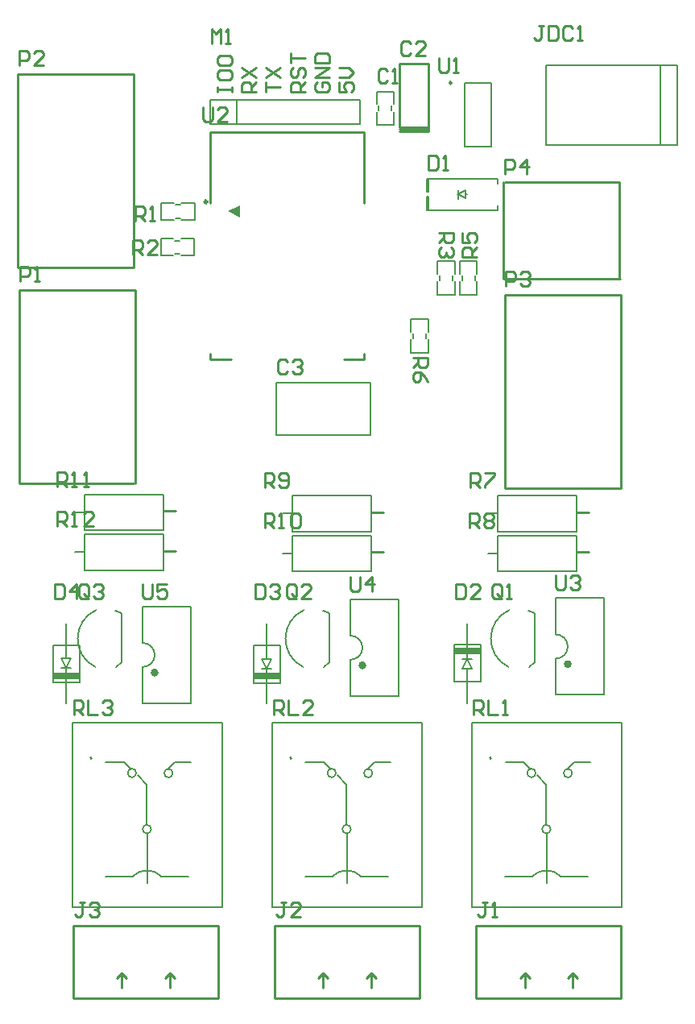
<source format=gto>
G04*
G04 #@! TF.GenerationSoftware,Altium Limited,Altium Designer,24.3.1 (35)*
G04*
G04 Layer_Color=65535*
%FSAX25Y25*%
%MOIN*%
G70*
G04*
G04 #@! TF.SameCoordinates,734BC349-05AC-4729-8693-C9A60C11ED16*
G04*
G04*
G04 #@! TF.FilePolarity,Positive*
G04*
G01*
G75*
%ADD10C,0.00700*%
%ADD11C,0.00984*%
%ADD12C,0.01500*%
%ADD13C,0.01181*%
%ADD14C,0.00787*%
%ADD15C,0.01000*%
%ADD16C,0.00600*%
%ADD17R,0.11000X0.02500*%
G36*
X0095953Y0334496D02*
X0100953Y0331996D01*
Y0336996D01*
X0095953Y0334496D01*
D02*
G37*
D10*
X0057998Y0102179D02*
G03*
X0057998Y0102179I-0001781J0000000D01*
G01*
X0073098Y0102079D02*
G03*
X0073098Y0102079I-0001781J0000000D01*
G01*
X0064168Y0078942D02*
G03*
X0064168Y0078942I-0001781J0000000D01*
G01*
X0068288Y0059422D02*
G03*
X0056688Y0059522I-0005850J-0005750D01*
G01*
X0212503Y0169644D02*
G03*
X0212179Y0145998I0005240J-0011897D01*
G01*
X0146462Y0149005D02*
G03*
X0146500Y0159000I0000169J0004997D01*
G01*
X0127503Y0169644D02*
G03*
X0127179Y0145998I0005240J-0011897D01*
G01*
X0223348Y0102179D02*
G03*
X0223348Y0102179I-0001781J0000000D01*
G01*
X0238448Y0102079D02*
G03*
X0238448Y0102079I-0001781J0000000D01*
G01*
X0229518Y0078942D02*
G03*
X0229518Y0078942I-0001781J0000000D01*
G01*
X0233638Y0059422D02*
G03*
X0222038Y0059522I-0005850J-0005750D01*
G01*
X0140673Y0102179D02*
G03*
X0140673Y0102179I-0001781J0000000D01*
G01*
X0155773Y0102079D02*
G03*
X0155773Y0102079I-0001781J0000000D01*
G01*
X0146843Y0078942D02*
G03*
X0146843Y0078942I-0001781J0000000D01*
G01*
X0150963Y0059422D02*
G03*
X0139363Y0059522I-0005850J-0005750D01*
G01*
X0231462Y0149505D02*
G03*
X0231500Y0159500I0000169J0004997D01*
G01*
X0060462Y0146005D02*
G03*
X0060500Y0156000I0000169J0004997D01*
G01*
X0041503Y0169644D02*
G03*
X0041179Y0145998I0005240J-0011897D01*
G01*
X0058498Y0101260D02*
X0062398Y0097360D01*
X0071318Y0103859D02*
X0074018Y0106560D01*
X0080618D01*
X0053018D02*
X0055618Y0103960D01*
X0045418Y0106560D02*
X0053018D01*
X0062488Y0056497D02*
Y0076922D01*
X0062388Y0080922D02*
Y0097360D01*
X0068388Y0059322D02*
X0079688D01*
X0045188Y0059422D02*
X0056588D01*
X0031500Y0046660D02*
Y0123000D01*
X0093560Y0046660D02*
Y0123000D01*
X0031500Y0046660D02*
X0093560D01*
X0031500Y0123000D02*
X0093560D01*
X0223000Y0147850D02*
Y0168150D01*
X0220400Y0169450D02*
X0223000Y0168150D01*
X0220524Y0146116D02*
X0223000Y0147850D01*
X0177939Y0282117D02*
Y0283916D01*
X0172539Y0282117D02*
Y0283916D01*
X0188939Y0306117D02*
Y0307916D01*
X0183539Y0306117D02*
Y0307916D01*
X0198200Y0306117D02*
Y0307916D01*
X0192800Y0306117D02*
Y0307916D01*
X0074084Y0322439D02*
X0075884D01*
X0074084Y0317039D02*
X0075884D01*
X0074341Y0337200D02*
X0076141D01*
X0074341Y0331800D02*
X0076141D01*
X0163700Y0376359D02*
Y0378159D01*
X0158300Y0376359D02*
Y0378159D01*
X0155255Y0202000D02*
Y0216881D01*
X0122456Y0202000D02*
X0155255D01*
X0122456D02*
Y0216881D01*
X0155255D01*
X0118656Y0209600D02*
X0122456D01*
X0155255Y0185500D02*
Y0200381D01*
X0122456Y0185500D02*
X0155255D01*
X0122456D02*
Y0200381D01*
X0155255D01*
X0118656Y0193100D02*
X0122456D01*
X0146500Y0174000D02*
X0166500D01*
Y0134000D02*
Y0174000D01*
X0146500Y0134000D02*
X0166500D01*
X0146500Y0159100D02*
Y0174000D01*
Y0134000D02*
Y0149000D01*
X0138000Y0147850D02*
Y0168150D01*
X0135400Y0169450D02*
X0138000Y0168150D01*
X0135524Y0146116D02*
X0138000Y0147850D01*
X0223848Y0101260D02*
X0227748Y0097360D01*
X0236668Y0103859D02*
X0239368Y0106560D01*
X0245968D01*
X0218368D02*
X0220968Y0103960D01*
X0210768Y0106560D02*
X0218368D01*
X0227838Y0056497D02*
Y0076922D01*
X0227738Y0080922D02*
Y0097360D01*
X0233738Y0059322D02*
X0245038D01*
X0210538Y0059422D02*
X0221938D01*
X0196850Y0046660D02*
Y0123000D01*
X0258910Y0046660D02*
Y0123000D01*
X0196850Y0046660D02*
X0258910D01*
X0196850Y0123000D02*
X0258910D01*
X0141173Y0101260D02*
X0145073Y0097360D01*
X0153993Y0103859D02*
X0156693Y0106560D01*
X0163293D01*
X0135693D02*
X0138293Y0103960D01*
X0128093Y0106560D02*
X0135693D01*
X0145163Y0056497D02*
Y0076922D01*
X0145063Y0080922D02*
Y0097360D01*
X0151063Y0059322D02*
X0162363D01*
X0127863Y0059422D02*
X0139263D01*
X0114175Y0046660D02*
Y0123000D01*
X0176235Y0046660D02*
Y0123000D01*
X0114175Y0046660D02*
X0176235D01*
X0114175Y0123000D02*
X0176235D01*
X0240255Y0185500D02*
Y0200381D01*
X0207455Y0185500D02*
X0240255D01*
X0207455D02*
Y0200381D01*
X0240255D01*
X0203656Y0193100D02*
X0207455D01*
X0240255Y0202000D02*
Y0216881D01*
X0207455Y0202000D02*
X0240255D01*
X0207455D02*
Y0216881D01*
X0240255D01*
X0203656Y0209600D02*
X0207455D01*
X0231500Y0174500D02*
X0251500D01*
Y0134500D02*
Y0174500D01*
X0231500Y0134500D02*
X0251500D01*
X0231500Y0159600D02*
Y0174500D01*
Y0134500D02*
Y0149500D01*
X0060500Y0171000D02*
X0080500D01*
Y0131000D02*
Y0171000D01*
X0060500Y0131000D02*
X0080500D01*
X0060500Y0156100D02*
Y0171000D01*
Y0131000D02*
Y0146000D01*
X0069256Y0202500D02*
Y0217381D01*
X0036456Y0202500D02*
X0069256D01*
X0036456D02*
Y0217381D01*
X0069256D01*
X0032656Y0210100D02*
X0036456D01*
X0069256Y0186000D02*
Y0200881D01*
X0036456Y0186000D02*
X0069256D01*
X0036456D02*
Y0200881D01*
X0069256D01*
X0032656Y0193600D02*
X0036456D01*
X0052000Y0147850D02*
Y0168150D01*
X0049400Y0169450D02*
X0052000Y0168150D01*
X0049524Y0146116D02*
X0052000Y0147850D01*
X0275000Y0362000D02*
Y0395000D01*
X0227500D02*
X0282000D01*
X0227500Y0362000D02*
X0282000D01*
X0227500D02*
Y0395000D01*
X0282000Y0362000D02*
Y0395000D01*
D11*
X0188575Y0387689D02*
G03*
X0188575Y0387689I-0000492J0000000D01*
G01*
D12*
X0152400Y0146700D02*
G03*
X0152400Y0146700I-0000800J0000000D01*
G01*
X0237400Y0147200D02*
G03*
X0237400Y0147200I-0000800J0000000D01*
G01*
X0066400Y0143700D02*
G03*
X0066400Y0143700I-0000800J0000000D01*
G01*
D13*
X0087410Y0338531D02*
G03*
X0087410Y0338531I-0000591J0000000D01*
G01*
D14*
X0116000Y0242000D02*
Y0263800D01*
X0155000D01*
X0116000Y0242000D02*
X0155000D01*
Y0263800D01*
X0194181Y0341500D02*
X0194968D01*
X0191032D02*
X0191425D01*
X0194181Y0339925D02*
Y0343468D01*
X0191425Y0341500D02*
X0194181Y0343468D01*
X0191425Y0341500D02*
X0194181Y0339925D01*
X0191425Y0339531D02*
Y0343468D01*
X0178236Y0342500D02*
Y0348000D01*
X0207500D01*
X0178236Y0342500D02*
X0179000D01*
Y0348000D01*
Y0335000D02*
Y0340500D01*
X0178236D02*
X0179000D01*
X0207500Y0346126D02*
Y0348000D01*
X0178236Y0335000D02*
Y0340500D01*
X0207500Y0335000D02*
Y0336874D01*
X0178236Y0335000D02*
X0207500D01*
X0150485Y0370500D02*
Y0380500D01*
X0088516Y0370500D02*
Y0380500D01*
X0150485D01*
X0088516Y0370500D02*
X0150485D01*
X0099500D02*
Y0380500D01*
X0178800Y0284607D02*
Y0289890D01*
X0171700D02*
X0178800D01*
X0171700Y0284607D02*
Y0289890D01*
Y0276110D02*
Y0281556D01*
X0178800Y0276110D02*
Y0281556D01*
X0171700Y0276110D02*
X0178800D01*
X0189800Y0308607D02*
Y0313890D01*
X0182700D02*
X0189800D01*
X0182700Y0308607D02*
Y0313890D01*
Y0300110D02*
Y0305556D01*
X0189800Y0300110D02*
Y0305556D01*
X0182700Y0300110D02*
X0189800D01*
X0199061Y0308607D02*
Y0313890D01*
X0191961D02*
X0199061D01*
X0191961Y0308607D02*
Y0313890D01*
Y0300110D02*
Y0305556D01*
X0199061Y0300110D02*
Y0305556D01*
X0191961Y0300110D02*
X0199061D01*
X0068110Y0323300D02*
X0073393D01*
X0068110Y0316200D02*
Y0323300D01*
Y0316200D02*
X0073393D01*
X0076444D02*
X0081890D01*
X0076444Y0323300D02*
X0081890D01*
Y0316200D02*
Y0323300D01*
X0068368Y0338061D02*
X0073650D01*
X0068368Y0330961D02*
Y0338061D01*
Y0330961D02*
X0073650D01*
X0076702D02*
X0082147D01*
X0076702Y0338061D02*
X0082147D01*
Y0330961D02*
Y0338061D01*
X0193988Y0361311D02*
X0205012D01*
X0193988Y0387689D02*
X0205012D01*
Y0361311D02*
Y0387689D01*
X0193988Y0361311D02*
Y0387689D01*
X0157487Y0384142D02*
X0164487D01*
X0157487Y0370342D02*
X0164487D01*
Y0378850D02*
Y0384142D01*
Y0370342D02*
Y0375798D01*
X0157487Y0370342D02*
Y0375798D01*
Y0378850D02*
Y0384142D01*
D15*
X0038820Y0108791D02*
X0039250Y0108361D01*
X0210500Y0220000D02*
X0258550D01*
Y0299950D01*
X0210500Y0220000D02*
Y0260000D01*
Y0300000D01*
X0211000D02*
X0258550D01*
Y0299950D02*
Y0300000D01*
X0258500Y0220000D02*
Y0300000D01*
Y0239950D02*
Y0300000D01*
X0210500Y0239950D02*
Y0300000D01*
X0211000D02*
X0258500D01*
X0009450Y0302000D02*
X0057500D01*
X0009450Y0222050D02*
Y0302000D01*
X0057500Y0262000D02*
Y0302000D01*
Y0222000D02*
Y0262000D01*
X0009450Y0222000D02*
X0057000D01*
X0009450D02*
Y0222050D01*
X0009500Y0222000D02*
Y0302000D01*
Y0222000D02*
Y0282050D01*
X0057500Y0222000D02*
Y0282050D01*
X0009500Y0222000D02*
X0057000D01*
X0210000Y0306500D02*
Y0346500D01*
X0210500D02*
X0258050D01*
X0210000Y0306500D02*
X0258200D01*
X0258000D02*
Y0346500D01*
X0178900Y0367600D02*
Y0369900D01*
X0167100Y0367600D02*
Y0369700D01*
X0167095Y0367600D02*
X0178905D01*
X0167095Y0368500D02*
X0178905D01*
X0167095Y0369400D02*
X0178905D01*
Y0395600D01*
X0167095D02*
X0178905D01*
X0167095Y0369400D02*
Y0395600D01*
X0155255Y0210000D02*
X0160256D01*
X0155255Y0193500D02*
X0160256D01*
X0204170Y0108791D02*
X0204600Y0108361D01*
X0121495Y0108791D02*
X0121925Y0108361D01*
X0153380Y0017450D02*
X0155380Y0019450D01*
X0157380Y0017450D01*
X0155380Y0013300D02*
Y0019450D01*
X0135430Y0013300D02*
Y0019450D01*
X0137430Y0017450D01*
X0133430D02*
X0135430Y0019450D01*
X0115380Y0008900D02*
X0175380D01*
X0115380D02*
Y0039000D01*
X0175380Y0008900D02*
Y0039000D01*
X0115380D02*
X0175380D01*
X0240255Y0193500D02*
X0245255D01*
X0240255Y0210000D02*
X0245255D01*
X0236760Y0017450D02*
X0238760Y0019450D01*
X0240760Y0017450D01*
X0238760Y0013300D02*
Y0019450D01*
X0218810Y0013300D02*
Y0019450D01*
X0220810Y0017450D01*
X0216810D02*
X0218810Y0019450D01*
X0198760Y0008900D02*
X0258760D01*
X0198760D02*
Y0039000D01*
X0258760Y0008900D02*
Y0039000D01*
X0198760D02*
X0258760D01*
X0070000Y0017450D02*
X0072000Y0019450D01*
X0074000Y0017450D01*
X0072000Y0013300D02*
Y0019450D01*
X0052050Y0013300D02*
Y0019450D01*
X0054050Y0017450D01*
X0050050D02*
X0052050Y0019450D01*
X0032000Y0008900D02*
X0092000D01*
X0032000D02*
Y0039000D01*
X0092000Y0008900D02*
Y0039000D01*
X0032000D02*
X0092000D01*
X0069256Y0210500D02*
X0074256D01*
X0069256Y0194000D02*
X0074256D01*
X0008950Y0391450D02*
X0057000D01*
X0008950Y0311500D02*
Y0391450D01*
X0057000Y0351450D02*
Y0391450D01*
Y0311450D02*
Y0351450D01*
X0008950Y0311450D02*
X0056500D01*
X0008950D02*
Y0311500D01*
X0009000Y0311450D02*
Y0391450D01*
Y0311450D02*
Y0371500D01*
X0057000Y0311450D02*
Y0371500D01*
X0009000Y0311450D02*
X0056500D01*
X0088656Y0338104D02*
Y0367453D01*
Y0273203D02*
Y0275770D01*
X0152306Y0338103D02*
Y0367453D01*
Y0273203D02*
Y0275771D01*
X0088656Y0367453D02*
X0152306D01*
X0088656Y0273203D02*
X0097127D01*
X0143833D02*
X0152306D01*
X0091502Y0384000D02*
Y0385999D01*
Y0385000D01*
X0097500D01*
Y0384000D01*
Y0385999D01*
X0091502Y0391997D02*
Y0389998D01*
X0092502Y0388998D01*
X0096500D01*
X0097500Y0389998D01*
Y0391997D01*
X0096500Y0392997D01*
X0092502D01*
X0091502Y0391997D01*
X0092502Y0394996D02*
X0091502Y0395996D01*
Y0397995D01*
X0092502Y0398995D01*
X0096500D01*
X0097500Y0397995D01*
Y0395996D01*
X0096500Y0394996D01*
X0092502D01*
X0107600Y0384000D02*
X0101602D01*
Y0386999D01*
X0102602Y0387999D01*
X0104601D01*
X0105601Y0386999D01*
Y0384000D01*
Y0385999D02*
X0107600Y0387999D01*
X0101602Y0389998D02*
X0107600Y0393997D01*
X0101602D02*
X0107600Y0389998D01*
X0111702Y0384000D02*
Y0387999D01*
Y0385999D01*
X0117700D01*
X0111702Y0389998D02*
X0117700Y0393997D01*
X0111702D02*
X0117700Y0389998D01*
X0127800Y0384000D02*
X0121802D01*
Y0386999D01*
X0122802Y0387999D01*
X0124801D01*
X0125801Y0386999D01*
Y0384000D01*
Y0385999D02*
X0127800Y0387999D01*
X0122802Y0393997D02*
X0121802Y0392997D01*
Y0390998D01*
X0122802Y0389998D01*
X0123801D01*
X0124801Y0390998D01*
Y0392997D01*
X0125801Y0393997D01*
X0126800D01*
X0127800Y0392997D01*
Y0390998D01*
X0126800Y0389998D01*
X0121802Y0395996D02*
Y0399995D01*
Y0397995D01*
X0127800D01*
X0132902Y0387999D02*
X0131902Y0386999D01*
Y0385000D01*
X0132902Y0384000D01*
X0136900D01*
X0137900Y0385000D01*
Y0386999D01*
X0136900Y0387999D01*
X0134901D01*
Y0385999D01*
X0137900Y0389998D02*
X0131902D01*
X0137900Y0393997D01*
X0131902D01*
Y0395996D02*
X0137900D01*
Y0398995D01*
X0136900Y0399995D01*
X0132902D01*
X0131902Y0398995D01*
Y0395996D01*
X0142002Y0387999D02*
Y0384000D01*
X0145001D01*
X0144001Y0385999D01*
Y0386999D01*
X0145001Y0387999D01*
X0147000D01*
X0148000Y0386999D01*
Y0385000D01*
X0147000Y0384000D01*
X0142002Y0389998D02*
X0146001D01*
X0148000Y0391997D01*
X0146001Y0393997D01*
X0142002D01*
X0210500Y0350000D02*
Y0355998D01*
X0213499D01*
X0214499Y0354998D01*
Y0352999D01*
X0213499Y0351999D01*
X0210500D01*
X0219497Y0350000D02*
Y0355998D01*
X0216498Y0352999D01*
X0220497D01*
X0009500Y0394900D02*
Y0400898D01*
X0012499D01*
X0013499Y0399898D01*
Y0397899D01*
X0012499Y0396899D01*
X0009500D01*
X0019497Y0394900D02*
X0015498D01*
X0019497Y0398899D01*
Y0399898D01*
X0018497Y0400898D01*
X0016498D01*
X0015498Y0399898D01*
X0009900Y0305500D02*
Y0311498D01*
X0012899D01*
X0013899Y0310498D01*
Y0308499D01*
X0012899Y0307499D01*
X0009900D01*
X0015898Y0305500D02*
X0017897D01*
X0016898D01*
Y0311498D01*
X0015898Y0310498D01*
X0211000Y0303500D02*
Y0309498D01*
X0213999D01*
X0214999Y0308498D01*
Y0306499D01*
X0213999Y0305499D01*
X0211000D01*
X0216998Y0308498D02*
X0217998Y0309498D01*
X0219997D01*
X0220997Y0308498D01*
Y0307499D01*
X0219997Y0306499D01*
X0218997D01*
X0219997D01*
X0220997Y0305499D01*
Y0304500D01*
X0219997Y0303500D01*
X0217998D01*
X0216998Y0304500D01*
X0060600Y0180298D02*
Y0175300D01*
X0061600Y0174300D01*
X0063599D01*
X0064599Y0175300D01*
Y0180298D01*
X0070597D02*
X0066598D01*
Y0177299D01*
X0068597Y0178299D01*
X0069597D01*
X0070597Y0177299D01*
Y0175300D01*
X0069597Y0174300D01*
X0067598D01*
X0066598Y0175300D01*
X0146600Y0183298D02*
Y0178300D01*
X0147600Y0177300D01*
X0149599D01*
X0150599Y0178300D01*
Y0183298D01*
X0155597Y0177300D02*
Y0183298D01*
X0152598Y0180299D01*
X0156597D01*
X0231600Y0183898D02*
Y0178900D01*
X0232600Y0177900D01*
X0234599D01*
X0235599Y0178900D01*
Y0183898D01*
X0237598Y0182898D02*
X0238598Y0183898D01*
X0240597D01*
X0241597Y0182898D01*
Y0181899D01*
X0240597Y0180899D01*
X0239597D01*
X0240597D01*
X0241597Y0179899D01*
Y0178900D01*
X0240597Y0177900D01*
X0238598D01*
X0237598Y0178900D01*
X0085600Y0377698D02*
Y0372700D01*
X0086600Y0371700D01*
X0088599D01*
X0089599Y0372700D01*
Y0377698D01*
X0095597Y0371700D02*
X0091598D01*
X0095597Y0375699D01*
Y0376698D01*
X0094597Y0377698D01*
X0092598D01*
X0091598Y0376698D01*
X0183200Y0397898D02*
Y0392900D01*
X0184200Y0391900D01*
X0186199D01*
X0187199Y0392900D01*
Y0397898D01*
X0189198Y0391900D02*
X0191197D01*
X0190198D01*
Y0397898D01*
X0189198Y0396898D01*
X0032100Y0126300D02*
Y0132298D01*
X0035099D01*
X0036099Y0131298D01*
Y0129299D01*
X0035099Y0128299D01*
X0032100D01*
X0034099D02*
X0036099Y0126300D01*
X0038098Y0132298D02*
Y0126300D01*
X0042097D01*
X0044096Y0131298D02*
X0045096Y0132298D01*
X0047095D01*
X0048095Y0131298D01*
Y0130299D01*
X0047095Y0129299D01*
X0046095D01*
X0047095D01*
X0048095Y0128299D01*
Y0127300D01*
X0047095Y0126300D01*
X0045096D01*
X0044096Y0127300D01*
X0114800Y0126300D02*
Y0132298D01*
X0117799D01*
X0118799Y0131298D01*
Y0129299D01*
X0117799Y0128299D01*
X0114800D01*
X0116799D02*
X0118799Y0126300D01*
X0120798Y0132298D02*
Y0126300D01*
X0124797D01*
X0130795D02*
X0126796D01*
X0130795Y0130299D01*
Y0131298D01*
X0129795Y0132298D01*
X0127796D01*
X0126796Y0131298D01*
X0197500Y0126300D02*
Y0132298D01*
X0200499D01*
X0201499Y0131298D01*
Y0129299D01*
X0200499Y0128299D01*
X0197500D01*
X0199499D02*
X0201499Y0126300D01*
X0203498Y0132298D02*
Y0126300D01*
X0207497D01*
X0209496D02*
X0211495D01*
X0210496D01*
Y0132298D01*
X0209496Y0131298D01*
X0025155Y0204200D02*
Y0210198D01*
X0028155D01*
X0029154Y0209198D01*
Y0207199D01*
X0028155Y0206199D01*
X0025155D01*
X0027155D02*
X0029154Y0204200D01*
X0031154D02*
X0033153D01*
X0032153D01*
Y0210198D01*
X0031154Y0209198D01*
X0040151Y0204200D02*
X0036152D01*
X0040151Y0208199D01*
Y0209198D01*
X0039151Y0210198D01*
X0037152D01*
X0036152Y0209198D01*
X0025155Y0220700D02*
Y0226698D01*
X0028155D01*
X0029154Y0225698D01*
Y0223699D01*
X0028155Y0222699D01*
X0025155D01*
X0027155D02*
X0029154Y0220700D01*
X0031154D02*
X0033153D01*
X0032153D01*
Y0226698D01*
X0031154Y0225698D01*
X0036152Y0220700D02*
X0038151D01*
X0037152D01*
Y0226698D01*
X0036152Y0225698D01*
X0111100Y0203700D02*
Y0209698D01*
X0114099D01*
X0115099Y0208698D01*
Y0206699D01*
X0114099Y0205699D01*
X0111100D01*
X0113099D02*
X0115099Y0203700D01*
X0117098D02*
X0119097D01*
X0118098D01*
Y0209698D01*
X0117098Y0208698D01*
X0122096D02*
X0123096Y0209698D01*
X0125095D01*
X0126095Y0208698D01*
Y0204700D01*
X0125095Y0203700D01*
X0123096D01*
X0122096Y0204700D01*
Y0208698D01*
X0111100Y0220200D02*
Y0226198D01*
X0114099D01*
X0115099Y0225198D01*
Y0223199D01*
X0114099Y0222199D01*
X0111100D01*
X0113099D02*
X0115099Y0220200D01*
X0117098Y0221200D02*
X0118098Y0220200D01*
X0120097D01*
X0121097Y0221200D01*
Y0225198D01*
X0120097Y0226198D01*
X0118098D01*
X0117098Y0225198D01*
Y0224199D01*
X0118098Y0223199D01*
X0121097D01*
X0196055Y0203700D02*
Y0209698D01*
X0199055D01*
X0200054Y0208698D01*
Y0206699D01*
X0199055Y0205699D01*
X0196055D01*
X0198055D02*
X0200054Y0203700D01*
X0202054Y0208698D02*
X0203053Y0209698D01*
X0205053D01*
X0206052Y0208698D01*
Y0207699D01*
X0205053Y0206699D01*
X0206052Y0205699D01*
Y0204700D01*
X0205053Y0203700D01*
X0203053D01*
X0202054Y0204700D01*
Y0205699D01*
X0203053Y0206699D01*
X0202054Y0207699D01*
Y0208698D01*
X0203053Y0206699D02*
X0205053D01*
X0196156Y0220200D02*
Y0226198D01*
X0199154D01*
X0200154Y0225198D01*
Y0223199D01*
X0199154Y0222199D01*
X0196156D01*
X0198155D02*
X0200154Y0220200D01*
X0202154Y0226198D02*
X0206152D01*
Y0225198D01*
X0202154Y0221200D01*
Y0220200D01*
X0172501Y0273998D02*
X0178499D01*
Y0270999D01*
X0177499Y0270000D01*
X0175500D01*
X0174500Y0270999D01*
Y0273998D01*
Y0271999D02*
X0172501Y0270000D01*
X0178499Y0264002D02*
X0177499Y0266001D01*
X0175500Y0268000D01*
X0173501D01*
X0172501Y0267001D01*
Y0265001D01*
X0173501Y0264002D01*
X0174500D01*
X0175500Y0265001D01*
Y0268000D01*
X0198999Y0315744D02*
X0193001D01*
Y0318743D01*
X0194001Y0319743D01*
X0196000D01*
X0197000Y0318743D01*
Y0315744D01*
Y0317743D02*
X0198999Y0319743D01*
X0193001Y0325741D02*
Y0321742D01*
X0196000D01*
X0195000Y0323742D01*
Y0324741D01*
X0196000Y0325741D01*
X0197999D01*
X0198999Y0324741D01*
Y0322742D01*
X0197999Y0321742D01*
X0183240Y0325756D02*
X0189238D01*
Y0322757D01*
X0188239Y0321757D01*
X0186239D01*
X0185240Y0322757D01*
Y0325756D01*
Y0323757D02*
X0183240Y0321757D01*
X0188239Y0319758D02*
X0189238Y0318758D01*
Y0316759D01*
X0188239Y0315759D01*
X0187239D01*
X0186239Y0316759D01*
Y0317758D01*
Y0316759D01*
X0185240Y0315759D01*
X0184240D01*
X0183240Y0316759D01*
Y0318758D01*
X0184240Y0319758D01*
X0056502Y0316501D02*
Y0322499D01*
X0059501D01*
X0060500Y0321499D01*
Y0319500D01*
X0059501Y0318500D01*
X0056502D01*
X0058501D02*
X0060500Y0316501D01*
X0066498D02*
X0062500D01*
X0066498Y0320500D01*
Y0321499D01*
X0065499Y0322499D01*
X0063499D01*
X0062500Y0321499D01*
X0057501Y0330501D02*
Y0336499D01*
X0060500D01*
X0061500Y0335499D01*
Y0333500D01*
X0060500Y0332500D01*
X0057501D01*
X0059501D02*
X0061500Y0330501D01*
X0063499D02*
X0065499D01*
X0064499D01*
Y0336499D01*
X0063499Y0335499D01*
X0038399Y0175350D02*
Y0179348D01*
X0037399Y0180348D01*
X0035400D01*
X0034400Y0179348D01*
Y0175350D01*
X0035400Y0174350D01*
X0037399D01*
X0036399Y0176349D02*
X0038399Y0174350D01*
X0037399D02*
X0038399Y0175350D01*
X0040398Y0179348D02*
X0041398Y0180348D01*
X0043397D01*
X0044397Y0179348D01*
Y0178349D01*
X0043397Y0177349D01*
X0042397D01*
X0043397D01*
X0044397Y0176349D01*
Y0175350D01*
X0043397Y0174350D01*
X0041398D01*
X0040398Y0175350D01*
X0124399Y0175300D02*
Y0179298D01*
X0123399Y0180298D01*
X0121400D01*
X0120400Y0179298D01*
Y0175300D01*
X0121400Y0174300D01*
X0123399D01*
X0122399Y0176299D02*
X0124399Y0174300D01*
X0123399D02*
X0124399Y0175300D01*
X0130397Y0174300D02*
X0126398D01*
X0130397Y0178299D01*
Y0179298D01*
X0129397Y0180298D01*
X0127398D01*
X0126398Y0179298D01*
X0209399Y0175400D02*
Y0179398D01*
X0208399Y0180398D01*
X0206400D01*
X0205400Y0179398D01*
Y0175400D01*
X0206400Y0174400D01*
X0208399D01*
X0207399Y0176399D02*
X0209399Y0174400D01*
X0208399D02*
X0209399Y0175400D01*
X0211398Y0174400D02*
X0213397D01*
X0212398D01*
Y0180398D01*
X0211398Y0179398D01*
X0089100Y0404000D02*
Y0409998D01*
X0091099Y0407999D01*
X0093099Y0409998D01*
Y0404000D01*
X0095098D02*
X0097097D01*
X0096098D01*
Y0409998D01*
X0095098Y0408998D01*
X0226599Y0411398D02*
X0224599D01*
X0225599D01*
Y0406400D01*
X0224599Y0405400D01*
X0223600D01*
X0222600Y0406400D01*
X0228598Y0411398D02*
Y0405400D01*
X0231597D01*
X0232597Y0406400D01*
Y0410398D01*
X0231597Y0411398D01*
X0228598D01*
X0238595Y0410398D02*
X0237595Y0411398D01*
X0235596D01*
X0234596Y0410398D01*
Y0406400D01*
X0235596Y0405400D01*
X0237595D01*
X0238595Y0406400D01*
X0240594Y0405400D02*
X0242594D01*
X0241594D01*
Y0411398D01*
X0240594Y0410398D01*
X0036499Y0048498D02*
X0034499D01*
X0035499D01*
Y0043500D01*
X0034499Y0042500D01*
X0033500D01*
X0032500Y0043500D01*
X0038498Y0047498D02*
X0039498Y0048498D01*
X0041497D01*
X0042497Y0047498D01*
Y0046499D01*
X0041497Y0045499D01*
X0040497D01*
X0041497D01*
X0042497Y0044499D01*
Y0043500D01*
X0041497Y0042500D01*
X0039498D01*
X0038498Y0043500D01*
X0119899Y0048498D02*
X0117899D01*
X0118899D01*
Y0043500D01*
X0117899Y0042500D01*
X0116900D01*
X0115900Y0043500D01*
X0125897Y0042500D02*
X0121898D01*
X0125897Y0046499D01*
Y0047498D01*
X0124897Y0048498D01*
X0122898D01*
X0121898Y0047498D01*
X0203299Y0048498D02*
X0201299D01*
X0202299D01*
Y0043500D01*
X0201299Y0042500D01*
X0200300D01*
X0199300Y0043500D01*
X0205298Y0042500D02*
X0207297D01*
X0206298D01*
Y0048498D01*
X0205298Y0047498D01*
X0024200Y0180398D02*
Y0174400D01*
X0027199D01*
X0028199Y0175400D01*
Y0179398D01*
X0027199Y0180398D01*
X0024200D01*
X0033197Y0174400D02*
Y0180398D01*
X0030198Y0177399D01*
X0034197D01*
X0107200Y0180298D02*
Y0174300D01*
X0110199D01*
X0111199Y0175300D01*
Y0179298D01*
X0110199Y0180298D01*
X0107200D01*
X0113198Y0179298D02*
X0114198Y0180298D01*
X0116197D01*
X0117197Y0179298D01*
Y0178299D01*
X0116197Y0177299D01*
X0115197D01*
X0116197D01*
X0117197Y0176299D01*
Y0175300D01*
X0116197Y0174300D01*
X0114198D01*
X0113198Y0175300D01*
X0190200Y0180398D02*
Y0174400D01*
X0193199D01*
X0194199Y0175400D01*
Y0179398D01*
X0193199Y0180398D01*
X0190200D01*
X0200197Y0174400D02*
X0196198D01*
X0200197Y0178399D01*
Y0179398D01*
X0199197Y0180398D01*
X0197198D01*
X0196198Y0179398D01*
X0178800Y0357498D02*
Y0351500D01*
X0181799D01*
X0182799Y0352500D01*
Y0356498D01*
X0181799Y0357498D01*
X0178800D01*
X0184798Y0351500D02*
X0186797D01*
X0185798D01*
Y0357498D01*
X0184798Y0356498D01*
X0120499Y0272298D02*
X0119499Y0273298D01*
X0117500D01*
X0116500Y0272298D01*
Y0268300D01*
X0117500Y0267300D01*
X0119499D01*
X0120499Y0268300D01*
X0122498Y0272298D02*
X0123498Y0273298D01*
X0125497D01*
X0126497Y0272298D01*
Y0271299D01*
X0125497Y0270299D01*
X0124497D01*
X0125497D01*
X0126497Y0269299D01*
Y0268300D01*
X0125497Y0267300D01*
X0123498D01*
X0122498Y0268300D01*
X0171599Y0404098D02*
X0170599Y0405098D01*
X0168600D01*
X0167600Y0404098D01*
Y0400100D01*
X0168600Y0399100D01*
X0170599D01*
X0171599Y0400100D01*
X0177597Y0399100D02*
X0173598D01*
X0177597Y0403099D01*
Y0404098D01*
X0176597Y0405098D01*
X0174598D01*
X0173598Y0404098D01*
X0162099Y0392498D02*
X0161099Y0393498D01*
X0159100D01*
X0158100Y0392498D01*
Y0388500D01*
X0159100Y0387500D01*
X0161099D01*
X0162099Y0388500D01*
X0164098Y0387500D02*
X0166097D01*
X0165098D01*
Y0393498D01*
X0164098Y0392498D01*
D16*
X0106500Y0139450D02*
X0112000D01*
X0106500D02*
X0106500Y0154950D01*
X0112000D01*
X0117500Y0139450D02*
Y0154950D01*
X0112000D02*
X0117500D01*
X0112000Y0139450D02*
Y0145450D01*
X0112000Y0154950D02*
X0112000Y0149450D01*
X0110000Y0149450D02*
X0112000Y0145450D01*
X0110000Y0149450D02*
X0114000Y0149450D01*
X0112000Y0145450D02*
X0114000Y0149450D01*
X0110000Y0145450D02*
X0114000Y0145450D01*
X0112000Y0139450D02*
X0112000Y0133950D01*
X0112000Y0154950D02*
X0112000Y0161450D01*
X0112000Y0160950D02*
Y0163950D01*
Y0160950D02*
Y0163950D01*
X0112000Y0130950D02*
Y0133950D01*
Y0130950D02*
Y0133950D01*
X0116000Y0139450D02*
X0117500D01*
X0112000D02*
X0116000D01*
X0195000Y0155450D02*
X0200500D01*
X0200500Y0139950D02*
X0200500Y0155450D01*
X0195000Y0139950D02*
X0200500D01*
X0189500D02*
Y0155450D01*
Y0139950D02*
X0195000D01*
X0195000Y0149450D02*
Y0155450D01*
Y0145450D02*
X0195000Y0139950D01*
X0195000Y0149450D02*
X0197000Y0145450D01*
X0193000Y0145450D02*
X0197000Y0145450D01*
X0193000Y0145450D02*
X0195000Y0149450D01*
X0193000D02*
X0197000Y0149450D01*
X0195000Y0160950D02*
X0195000Y0155450D01*
Y0133450D02*
X0195000Y0139950D01*
X0195000Y0130950D02*
Y0133950D01*
Y0130950D02*
Y0133950D01*
X0195000Y0160950D02*
Y0163950D01*
Y0160950D02*
Y0163950D01*
X0189500Y0155450D02*
X0191000D01*
X0195000D01*
X0023500Y0139500D02*
X0029000D01*
X0023500D02*
X0023500Y0155000D01*
X0029000D01*
X0034500Y0139500D02*
Y0155000D01*
X0029000D02*
X0034500D01*
X0029000Y0139500D02*
Y0145500D01*
X0029000Y0155000D02*
X0029000Y0149500D01*
X0027000Y0149500D02*
X0029000Y0145500D01*
X0027000Y0149500D02*
X0031000Y0149500D01*
X0029000Y0145500D02*
X0031000Y0149500D01*
X0027000Y0145500D02*
X0031000Y0145500D01*
X0029000Y0139500D02*
X0029000Y0134000D01*
X0029000Y0155000D02*
X0029000Y0161500D01*
X0029000Y0161000D02*
Y0164000D01*
Y0161000D02*
Y0164000D01*
X0029000Y0131000D02*
Y0134000D01*
Y0131000D02*
Y0134000D01*
X0033000Y0139500D02*
X0034500D01*
X0029000D02*
X0033000D01*
D17*
X0112000Y0142200D02*
D03*
X0195000Y0152700D02*
D03*
X0029000Y0142250D02*
D03*
M02*

</source>
